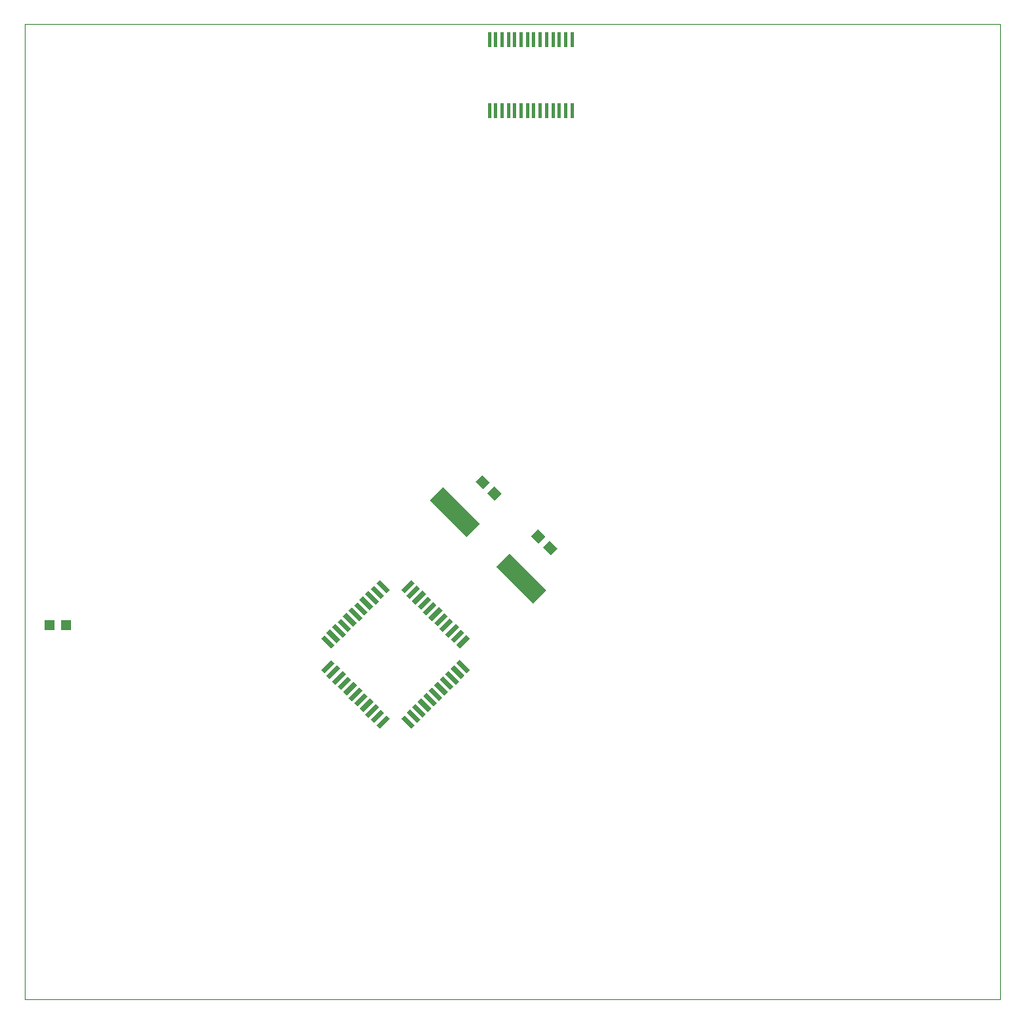
<source format=gtp>
G75*
%MOIN*%
%OFA0B0*%
%FSLAX24Y24*%
%IPPOS*%
%LPD*%
%AMOC8*
5,1,8,0,0,1.08239X$1,22.5*
%
%ADD10C,0.0000*%
%ADD11R,0.0591X0.0197*%
%ADD12R,0.0197X0.0591*%
%ADD13R,0.2100X0.0760*%
%ADD14R,0.0433X0.0394*%
%ADD15R,0.0157X0.0591*%
D10*
X001661Y002241D02*
X001661Y041611D01*
X041032Y041611D01*
X041032Y002241D01*
X001661Y002241D01*
D11*
G36*
X014301Y014882D02*
X014717Y015298D01*
X014855Y015160D01*
X014439Y014744D01*
X014301Y014882D01*
G37*
G36*
X014078Y015104D02*
X014494Y015520D01*
X014632Y015382D01*
X014216Y014966D01*
X014078Y015104D01*
G37*
G36*
X013855Y015327D02*
X014271Y015743D01*
X014409Y015605D01*
X013993Y015189D01*
X013855Y015327D01*
G37*
G36*
X013633Y015550D02*
X014049Y015966D01*
X014187Y015828D01*
X013771Y015412D01*
X013633Y015550D01*
G37*
G36*
X014524Y014659D02*
X014940Y015075D01*
X015078Y014937D01*
X014662Y014521D01*
X014524Y014659D01*
G37*
G36*
X014746Y014436D02*
X015162Y014852D01*
X015300Y014714D01*
X014884Y014298D01*
X014746Y014436D01*
G37*
G36*
X014969Y014213D02*
X015385Y014629D01*
X015523Y014491D01*
X015107Y014075D01*
X014969Y014213D01*
G37*
G36*
X015192Y013991D02*
X015608Y014407D01*
X015746Y014269D01*
X015330Y013853D01*
X015192Y013991D01*
G37*
G36*
X015414Y013768D02*
X015830Y014184D01*
X015968Y014046D01*
X015552Y013630D01*
X015414Y013768D01*
G37*
G36*
X015637Y013545D02*
X016053Y013961D01*
X016191Y013823D01*
X015775Y013407D01*
X015637Y013545D01*
G37*
G36*
X015860Y013323D02*
X016276Y013739D01*
X016414Y013601D01*
X015998Y013185D01*
X015860Y013323D01*
G37*
G36*
X019089Y016552D02*
X019505Y016968D01*
X019643Y016830D01*
X019227Y016414D01*
X019089Y016552D01*
G37*
G36*
X018866Y016775D02*
X019282Y017191D01*
X019420Y017053D01*
X019004Y016637D01*
X018866Y016775D01*
G37*
G36*
X018644Y016997D02*
X019060Y017413D01*
X019198Y017275D01*
X018782Y016859D01*
X018644Y016997D01*
G37*
G36*
X018421Y017220D02*
X018837Y017636D01*
X018975Y017498D01*
X018559Y017082D01*
X018421Y017220D01*
G37*
G36*
X018198Y017443D02*
X018614Y017859D01*
X018752Y017721D01*
X018336Y017305D01*
X018198Y017443D01*
G37*
G36*
X017976Y017665D02*
X018392Y018081D01*
X018530Y017943D01*
X018114Y017527D01*
X017976Y017665D01*
G37*
G36*
X017753Y017888D02*
X018169Y018304D01*
X018307Y018166D01*
X017891Y017750D01*
X017753Y017888D01*
G37*
G36*
X017530Y018111D02*
X017946Y018527D01*
X018084Y018389D01*
X017668Y017973D01*
X017530Y018111D01*
G37*
G36*
X017307Y018334D02*
X017723Y018750D01*
X017861Y018612D01*
X017445Y018196D01*
X017307Y018334D01*
G37*
G36*
X017085Y018556D02*
X017501Y018972D01*
X017639Y018834D01*
X017223Y018418D01*
X017085Y018556D01*
G37*
G36*
X016862Y018779D02*
X017278Y019195D01*
X017416Y019057D01*
X017000Y018641D01*
X016862Y018779D01*
G37*
D12*
G36*
X015860Y019057D02*
X015998Y019195D01*
X016414Y018779D01*
X016276Y018641D01*
X015860Y019057D01*
G37*
G36*
X015637Y018834D02*
X015775Y018972D01*
X016191Y018556D01*
X016053Y018418D01*
X015637Y018834D01*
G37*
G36*
X015414Y018612D02*
X015552Y018750D01*
X015968Y018334D01*
X015830Y018196D01*
X015414Y018612D01*
G37*
G36*
X015192Y018389D02*
X015330Y018527D01*
X015746Y018111D01*
X015608Y017973D01*
X015192Y018389D01*
G37*
G36*
X014969Y018166D02*
X015107Y018304D01*
X015523Y017888D01*
X015385Y017750D01*
X014969Y018166D01*
G37*
G36*
X014746Y017943D02*
X014884Y018081D01*
X015300Y017665D01*
X015162Y017527D01*
X014746Y017943D01*
G37*
G36*
X014524Y017721D02*
X014662Y017859D01*
X015078Y017443D01*
X014940Y017305D01*
X014524Y017721D01*
G37*
G36*
X014301Y017498D02*
X014439Y017636D01*
X014855Y017220D01*
X014717Y017082D01*
X014301Y017498D01*
G37*
G36*
X014078Y017275D02*
X014216Y017413D01*
X014632Y016997D01*
X014494Y016859D01*
X014078Y017275D01*
G37*
G36*
X013855Y017053D02*
X013993Y017191D01*
X014409Y016775D01*
X014271Y016637D01*
X013855Y017053D01*
G37*
G36*
X013633Y016830D02*
X013771Y016968D01*
X014187Y016552D01*
X014049Y016414D01*
X013633Y016830D01*
G37*
G36*
X016862Y013601D02*
X017000Y013739D01*
X017416Y013323D01*
X017278Y013185D01*
X016862Y013601D01*
G37*
G36*
X017085Y013823D02*
X017223Y013961D01*
X017639Y013545D01*
X017501Y013407D01*
X017085Y013823D01*
G37*
G36*
X017307Y014046D02*
X017445Y014184D01*
X017861Y013768D01*
X017723Y013630D01*
X017307Y014046D01*
G37*
G36*
X017530Y014269D02*
X017668Y014407D01*
X018084Y013991D01*
X017946Y013853D01*
X017530Y014269D01*
G37*
G36*
X017753Y014491D02*
X017891Y014629D01*
X018307Y014213D01*
X018169Y014075D01*
X017753Y014491D01*
G37*
G36*
X017976Y014714D02*
X018114Y014852D01*
X018530Y014436D01*
X018392Y014298D01*
X017976Y014714D01*
G37*
G36*
X018198Y014937D02*
X018336Y015075D01*
X018752Y014659D01*
X018614Y014521D01*
X018198Y014937D01*
G37*
G36*
X018421Y015160D02*
X018559Y015298D01*
X018975Y014882D01*
X018837Y014744D01*
X018421Y015160D01*
G37*
G36*
X018644Y015382D02*
X018782Y015520D01*
X019198Y015104D01*
X019060Y014966D01*
X018644Y015382D01*
G37*
G36*
X018866Y015605D02*
X019004Y015743D01*
X019420Y015327D01*
X019282Y015189D01*
X018866Y015605D01*
G37*
G36*
X019089Y015828D02*
X019227Y015966D01*
X019643Y015550D01*
X019505Y015412D01*
X019089Y015828D01*
G37*
D13*
G36*
X021241Y020247D02*
X022725Y018763D01*
X022187Y018225D01*
X020703Y019709D01*
X021241Y020247D01*
G37*
G36*
X018554Y022934D02*
X020038Y021450D01*
X019500Y020912D01*
X018016Y022396D01*
X018554Y022934D01*
G37*
D14*
G36*
X020178Y022851D02*
X019873Y023156D01*
X020152Y023435D01*
X020457Y023130D01*
X020178Y022851D01*
G37*
G36*
X020651Y022378D02*
X020346Y022683D01*
X020625Y022962D01*
X020930Y022657D01*
X020651Y022378D01*
G37*
G36*
X022422Y020654D02*
X022117Y020959D01*
X022396Y021238D01*
X022701Y020933D01*
X022422Y020654D01*
G37*
G36*
X022895Y020181D02*
X022590Y020486D01*
X022869Y020765D01*
X023174Y020460D01*
X022895Y020181D01*
G37*
X003343Y017359D03*
X002673Y017359D03*
D15*
X020435Y038137D03*
X020691Y038137D03*
X020947Y038137D03*
X021203Y038137D03*
X021459Y038137D03*
X021715Y038137D03*
X021971Y038137D03*
X022226Y038137D03*
X022482Y038137D03*
X022738Y038137D03*
X022994Y038137D03*
X023250Y038137D03*
X023506Y038137D03*
X023762Y038137D03*
X023762Y040991D03*
X023506Y040991D03*
X023250Y040991D03*
X022994Y040991D03*
X022738Y040991D03*
X022482Y040991D03*
X022226Y040991D03*
X021971Y040991D03*
X021715Y040991D03*
X021459Y040991D03*
X021203Y040991D03*
X020947Y040991D03*
X020691Y040991D03*
X020435Y040991D03*
M02*

</source>
